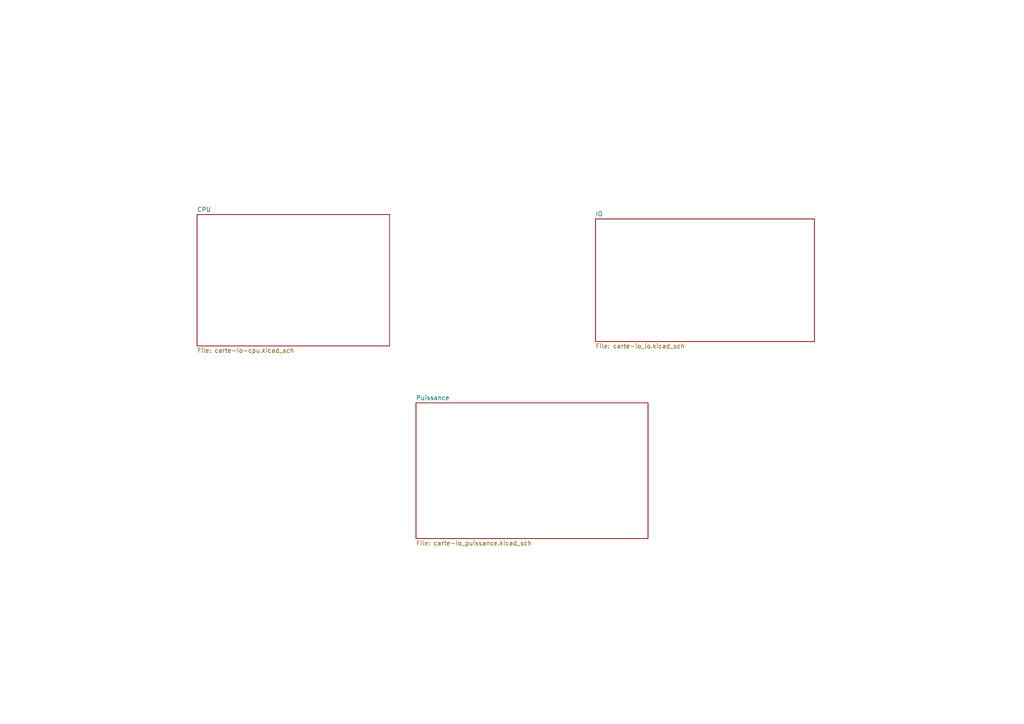
<source format=kicad_sch>
(kicad_sch
	(version 20231120)
	(generator "eeschema")
	(generator_version "8.0")
	(uuid "acbeee85-bee7-482c-b859-0ad6bf15d6be")
	(paper "A4")
	(title_block
		(title "Racine (carte-io)")
		(date "2024-10-09")
		(rev "1.0")
		(company "INSA-GEI")
	)
	(lib_symbols)
	(sheet
		(at 120.65 116.84)
		(size 67.31 39.37)
		(fields_autoplaced yes)
		(stroke
			(width 0.1524)
			(type solid)
		)
		(fill
			(color 0 0 0 0.0000)
		)
		(uuid "a0428d88-8c4a-4775-8048-a66da608a5ba")
		(property "Sheetname" "Puissance"
			(at 120.65 116.1284 0)
			(effects
				(font
					(size 1.27 1.27)
				)
				(justify left bottom)
			)
		)
		(property "Sheetfile" "carte-io_puissance.kicad_sch"
			(at 120.65 156.7946 0)
			(effects
				(font
					(size 1.27 1.27)
				)
				(justify left top)
			)
		)
		(instances
			(project "carte-io"
				(path "/acbeee85-bee7-482c-b859-0ad6bf15d6be"
					(page "4")
				)
			)
		)
	)
	(sheet
		(at 57.15 62.23)
		(size 55.88 38.1)
		(fields_autoplaced yes)
		(stroke
			(width 0.1524)
			(type solid)
		)
		(fill
			(color 0 0 0 0.0000)
		)
		(uuid "df503f80-fd82-47f1-9d35-38636472ba02")
		(property "Sheetname" "CPU"
			(at 57.15 61.5184 0)
			(effects
				(font
					(size 1.27 1.27)
				)
				(justify left bottom)
			)
		)
		(property "Sheetfile" "carte-io-cpu.kicad_sch"
			(at 57.15 100.9146 0)
			(effects
				(font
					(size 1.27 1.27)
				)
				(justify left top)
			)
		)
		(instances
			(project "carte-io"
				(path "/acbeee85-bee7-482c-b859-0ad6bf15d6be"
					(page "2")
				)
			)
		)
	)
	(sheet
		(at 172.72 63.5)
		(size 63.5 35.56)
		(fields_autoplaced yes)
		(stroke
			(width 0.1524)
			(type solid)
		)
		(fill
			(color 0 0 0 0.0000)
		)
		(uuid "e0769f15-5851-4dbe-85c4-fc3863520381")
		(property "Sheetname" "IO"
			(at 172.72 62.7884 0)
			(effects
				(font
					(size 1.27 1.27)
				)
				(justify left bottom)
			)
		)
		(property "Sheetfile" "carte-io_io.kicad_sch"
			(at 172.72 99.6446 0)
			(effects
				(font
					(size 1.27 1.27)
				)
				(justify left top)
			)
		)
		(instances
			(project "carte-io"
				(path "/acbeee85-bee7-482c-b859-0ad6bf15d6be"
					(page "3")
				)
			)
		)
	)
	(sheet_instances
		(path "/"
			(page "1")
		)
	)
)

</source>
